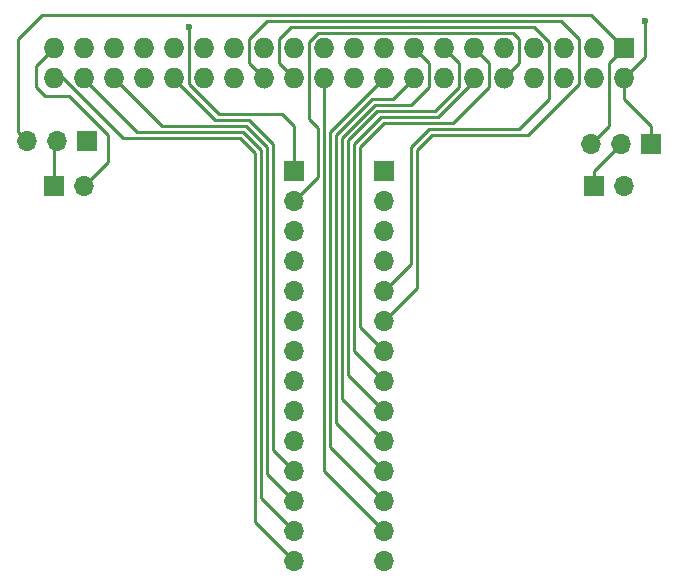
<source format=gbr>
G04 #@! TF.FileFunction,Copper,L1,Top,Signal*
%FSLAX46Y46*%
G04 Gerber Fmt 4.6, Leading zero omitted, Abs format (unit mm)*
G04 Created by KiCad (PCBNEW 4.0.7-e2-6376~61~ubuntu18.04.1) date Thu Jan 17 03:08:45 2019*
%MOMM*%
%LPD*%
G01*
G04 APERTURE LIST*
%ADD10C,0.100000*%
%ADD11R,1.727200X1.727200*%
%ADD12O,1.727200X1.727200*%
%ADD13R,1.700000X1.700000*%
%ADD14O,1.700000X1.700000*%
%ADD15C,0.600000*%
%ADD16C,0.250000*%
G04 APERTURE END LIST*
D10*
D11*
X170180000Y-68072000D03*
D12*
X170180000Y-70612000D03*
X167640000Y-68072000D03*
X167640000Y-70612000D03*
X165100000Y-68072000D03*
X165100000Y-70612000D03*
X162560000Y-68072000D03*
X162560000Y-70612000D03*
X160020000Y-68072000D03*
X160020000Y-70612000D03*
X157480000Y-68072000D03*
X157480000Y-70612000D03*
X154940000Y-68072000D03*
X154940000Y-70612000D03*
X152400000Y-68072000D03*
X152400000Y-70612000D03*
X149860000Y-68072000D03*
X149860000Y-70612000D03*
X147320000Y-68072000D03*
X147320000Y-70612000D03*
X144780000Y-68072000D03*
X144780000Y-70612000D03*
X142240000Y-68072000D03*
X142240000Y-70612000D03*
X139700000Y-68072000D03*
X139700000Y-70612000D03*
X137160000Y-68072000D03*
X137160000Y-70612000D03*
X134620000Y-68072000D03*
X134620000Y-70612000D03*
X132080000Y-68072000D03*
X132080000Y-70612000D03*
X129540000Y-68072000D03*
X129540000Y-70612000D03*
X127000000Y-68072000D03*
X127000000Y-70612000D03*
X124460000Y-68072000D03*
X124460000Y-70612000D03*
X121920000Y-68072000D03*
X121920000Y-70612000D03*
D13*
X124714000Y-75946000D03*
D14*
X122174000Y-75946000D03*
X119634000Y-75946000D03*
D13*
X149860000Y-78486000D03*
D14*
X149860000Y-81026000D03*
X149860000Y-83566000D03*
X149860000Y-86106000D03*
X149860000Y-88646000D03*
X149860000Y-91186000D03*
X149860000Y-93726000D03*
X149860000Y-96266000D03*
X149860000Y-98806000D03*
X149860000Y-101346000D03*
X149860000Y-103886000D03*
X149860000Y-106426000D03*
X149860000Y-108966000D03*
X149860000Y-111506000D03*
D13*
X121920000Y-79756000D03*
D14*
X124460000Y-79756000D03*
D13*
X142240000Y-78486000D03*
D14*
X142240000Y-81026000D03*
X142240000Y-83566000D03*
X142240000Y-86106000D03*
X142240000Y-88646000D03*
X142240000Y-91186000D03*
X142240000Y-93726000D03*
X142240000Y-96266000D03*
X142240000Y-98806000D03*
X142240000Y-101346000D03*
X142240000Y-103886000D03*
X142240000Y-106426000D03*
X142240000Y-108966000D03*
X142240000Y-111506000D03*
D13*
X167640000Y-79756000D03*
D14*
X170180000Y-79756000D03*
D13*
X172466000Y-76200000D03*
D14*
X169926000Y-76200000D03*
X167386000Y-76200000D03*
D15*
X171958000Y-65786000D03*
X133350000Y-66294000D03*
D16*
X170180000Y-68072000D02*
X168910000Y-69342000D01*
X168910000Y-74676000D02*
X167386000Y-76200000D01*
X168910000Y-69342000D02*
X168910000Y-74676000D01*
X118872000Y-67310000D02*
X118872000Y-75184000D01*
X167386000Y-65278000D02*
X120904000Y-65278000D01*
X120904000Y-65278000D02*
X118872000Y-67310000D01*
X170180000Y-68072000D02*
X167386000Y-65278000D01*
X118872000Y-75184000D02*
X119634000Y-75946000D01*
X171958000Y-68834000D02*
X171958000Y-65786000D01*
X171958000Y-68834000D02*
X170180000Y-70612000D01*
X170180000Y-70612000D02*
X170180000Y-72390000D01*
X172466000Y-74676000D02*
X172466000Y-76200000D01*
X170180000Y-72390000D02*
X172466000Y-74676000D01*
X121920000Y-68072000D02*
X120396000Y-69596000D01*
X126492000Y-77724000D02*
X124460000Y-79756000D01*
X126492000Y-75438000D02*
X126492000Y-77724000D01*
X123190000Y-72136000D02*
X126492000Y-75438000D01*
X121158000Y-72136000D02*
X123190000Y-72136000D01*
X120396000Y-71374000D02*
X121158000Y-72136000D01*
X120396000Y-69596000D02*
X120396000Y-71374000D01*
X134620000Y-71120000D02*
X134620000Y-71177998D01*
X142240000Y-74676000D02*
X142240000Y-78486000D01*
X141224000Y-73660000D02*
X142240000Y-74676000D01*
X135890000Y-73660000D02*
X141224000Y-73660000D01*
X133350000Y-71120000D02*
X135890000Y-73660000D01*
X133350000Y-66294000D02*
X133350000Y-71120000D01*
X160020000Y-70612000D02*
X161290000Y-69342000D01*
X161290000Y-69342000D02*
X161290000Y-67310000D01*
X160020000Y-71120000D02*
X160020000Y-71374000D01*
X144272000Y-78994000D02*
X142240000Y-81026000D01*
X144272000Y-74872002D02*
X144272000Y-78994000D01*
X143510000Y-74110002D02*
X144272000Y-74872002D01*
X143510000Y-67564000D02*
X143510000Y-74110002D01*
X144272000Y-66802000D02*
X143510000Y-67564000D01*
X160782000Y-66802000D02*
X144272000Y-66802000D01*
X161290000Y-67310000D02*
X160782000Y-66802000D01*
X157480000Y-68072000D02*
X158750000Y-69342000D01*
X158750000Y-69342000D02*
X158750000Y-71374000D01*
X147828000Y-91694000D02*
X149860000Y-93726000D01*
X147828000Y-76454000D02*
X147828000Y-91694000D01*
X149860000Y-74422000D02*
X147828000Y-76454000D01*
X155702000Y-74422000D02*
X149860000Y-74422000D01*
X158750000Y-71374000D02*
X155702000Y-74422000D01*
X157480000Y-70612000D02*
X157480000Y-70866000D01*
X157480000Y-70866000D02*
X154432000Y-73914000D01*
X154432000Y-73914000D02*
X149606000Y-73914000D01*
X149606000Y-73914000D02*
X147320000Y-76200000D01*
X147320000Y-76200000D02*
X147320000Y-93726000D01*
X147320000Y-93726000D02*
X149860000Y-96266000D01*
X154940000Y-68072000D02*
X156210000Y-69342000D01*
X156210000Y-69342000D02*
X156210000Y-71374000D01*
X146812000Y-95758000D02*
X149860000Y-98806000D01*
X146812000Y-75888002D02*
X146812000Y-95758000D01*
X149294002Y-73406000D02*
X146812000Y-75888002D01*
X154178000Y-73406000D02*
X149294002Y-73406000D01*
X156210000Y-71374000D02*
X154178000Y-73406000D01*
X152400000Y-68072000D02*
X153670000Y-69342000D01*
X153670000Y-69342000D02*
X153670000Y-71374000D01*
X146304000Y-97790000D02*
X149860000Y-101346000D01*
X146304000Y-75692000D02*
X146304000Y-97790000D01*
X149098000Y-72898000D02*
X146304000Y-75692000D01*
X152146000Y-72898000D02*
X149098000Y-72898000D01*
X153670000Y-71374000D02*
X152146000Y-72898000D01*
X152400000Y-70612000D02*
X150622000Y-72390000D01*
X150622000Y-72390000D02*
X148844000Y-72390000D01*
X145796000Y-99822000D02*
X149860000Y-103886000D01*
X145796000Y-75438000D02*
X145796000Y-99822000D01*
X148844000Y-72390000D02*
X145796000Y-75438000D01*
X149860000Y-70612000D02*
X145288000Y-75184000D01*
X145288000Y-75184000D02*
X145288000Y-101854000D01*
X145288000Y-101854000D02*
X149860000Y-106426000D01*
X144780000Y-70612000D02*
X144780000Y-103886000D01*
X144780000Y-103886000D02*
X149860000Y-108966000D01*
X152146000Y-86360000D02*
X149860000Y-88646000D01*
X152146000Y-76454000D02*
X152146000Y-86360000D01*
X153670000Y-74930000D02*
X152146000Y-76454000D01*
X161290000Y-74930000D02*
X153670000Y-74930000D01*
X163830000Y-72390000D02*
X161290000Y-74930000D01*
X163830000Y-67564000D02*
X163830000Y-72390000D01*
X162560000Y-66294000D02*
X163830000Y-67564000D01*
X141986000Y-66294000D02*
X162560000Y-66294000D01*
X140970000Y-67310000D02*
X141986000Y-66294000D01*
X142240000Y-70612000D02*
X140970000Y-69342000D01*
X140970000Y-69342000D02*
X140970000Y-67310000D01*
X139700000Y-70612000D02*
X138430000Y-69342000D01*
X138430000Y-69342000D02*
X138430000Y-67310000D01*
X139700000Y-71120000D02*
X139700000Y-71374000D01*
X139700000Y-71120000D02*
X139700000Y-71177998D01*
X152654000Y-88392000D02*
X149860000Y-91186000D01*
X152654000Y-76708000D02*
X152654000Y-88392000D01*
X153924000Y-75438000D02*
X152654000Y-76708000D01*
X162052000Y-75438000D02*
X153924000Y-75438000D01*
X166370000Y-71120000D02*
X162052000Y-75438000D01*
X166370000Y-67310000D02*
X166370000Y-71120000D01*
X164846000Y-65786000D02*
X166370000Y-67310000D01*
X139954000Y-65786000D02*
X164846000Y-65786000D01*
X138430000Y-67310000D02*
X139954000Y-65786000D01*
X137160000Y-71120000D02*
X137160000Y-71177998D01*
X132080000Y-68580000D02*
X132080000Y-68072000D01*
X140462000Y-102108000D02*
X142240000Y-103886000D01*
X132080000Y-70612000D02*
X132080000Y-70669998D01*
X132080000Y-70669998D02*
X135578002Y-74168000D01*
X135578002Y-74168000D02*
X138430000Y-74168000D01*
X138430000Y-74168000D02*
X140462000Y-76200000D01*
X140462000Y-76200000D02*
X140462000Y-102108000D01*
X139954000Y-104140000D02*
X142240000Y-106426000D01*
X127000000Y-70612000D02*
X131064000Y-74676000D01*
X131064000Y-74676000D02*
X138176000Y-74676000D01*
X138176000Y-74676000D02*
X139954000Y-76454000D01*
X139954000Y-76454000D02*
X139954000Y-104140000D01*
X139446000Y-106172000D02*
X142240000Y-108966000D01*
X124460000Y-70612000D02*
X124460000Y-70669998D01*
X124460000Y-70669998D02*
X128974002Y-75184000D01*
X128974002Y-75184000D02*
X137922000Y-75184000D01*
X137922000Y-75184000D02*
X139446000Y-76708000D01*
X139446000Y-76708000D02*
X139446000Y-106172000D01*
X138938000Y-108204000D02*
X142240000Y-111506000D01*
X138938000Y-76962000D02*
X138938000Y-108204000D01*
X137668000Y-75692000D02*
X138938000Y-76962000D01*
X121920000Y-70612000D02*
X122682000Y-70612000D01*
X122682000Y-70612000D02*
X127762000Y-75692000D01*
X127762000Y-75692000D02*
X137668000Y-75692000D01*
X122174000Y-75946000D02*
X121920000Y-76200000D01*
X121920000Y-76200000D02*
X121920000Y-79756000D01*
X169926000Y-76200000D02*
X167640000Y-78486000D01*
X167640000Y-78486000D02*
X167640000Y-79756000D01*
M02*

</source>
